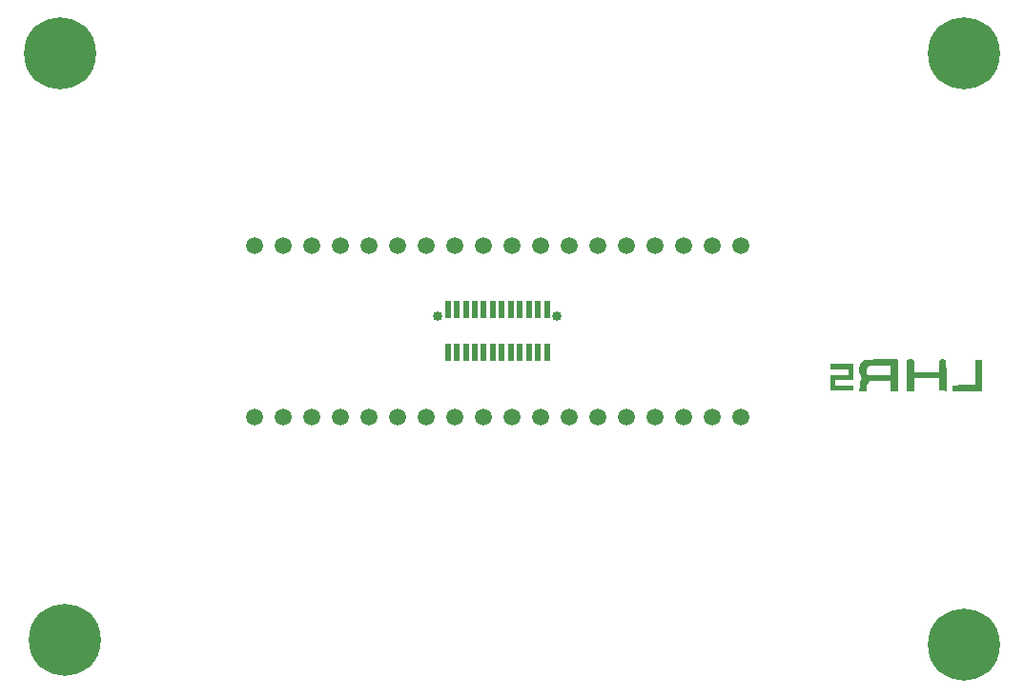
<source format=gbr>
%TF.GenerationSoftware,KiCad,Pcbnew,9.0.5*%
%TF.CreationDate,2025-10-13T19:56:24-05:00*%
%TF.ProjectId,Supplemental Monitoring PCB,53757070-6c65-46d6-956e-74616c204d6f,rev?*%
%TF.SameCoordinates,Original*%
%TF.FileFunction,Soldermask,Bot*%
%TF.FilePolarity,Negative*%
%FSLAX46Y46*%
G04 Gerber Fmt 4.6, Leading zero omitted, Abs format (unit mm)*
G04 Created by KiCad (PCBNEW 9.0.5) date 2025-10-13 19:56:24*
%MOMM*%
%LPD*%
G01*
G04 APERTURE LIST*
%ADD10C,0.000000*%
%ADD11C,3.600000*%
%ADD12C,6.400000*%
%ADD13C,1.500000*%
%ADD14C,0.850000*%
%ADD15R,0.550000X1.500000*%
G04 APERTURE END LIST*
D10*
%TO.C,LOGO1*%
G36*
X169442166Y-96661488D02*
G01*
X169455562Y-98060000D01*
X168119249Y-98060000D01*
X166782936Y-98060000D01*
X166782936Y-97809059D01*
X166782936Y-97558119D01*
X167803472Y-97544476D01*
X168824007Y-97530833D01*
X168849206Y-96396905D01*
X168874404Y-95262976D01*
X169151587Y-95262976D01*
X169428769Y-95262976D01*
X169442166Y-96661488D01*
G37*
G36*
X158000000Y-96388968D02*
G01*
X158000000Y-97094524D01*
X157218849Y-97094524D01*
X156437699Y-97094524D01*
X156437699Y-97346508D01*
X156437699Y-97598492D01*
X157218849Y-97598492D01*
X158000000Y-97598492D01*
X158000000Y-97825278D01*
X158000000Y-98052063D01*
X156992064Y-98052063D01*
X155984127Y-98052063D01*
X155984127Y-97346508D01*
X155984127Y-96640952D01*
X156765278Y-96640952D01*
X157546429Y-96640952D01*
X157546429Y-96388968D01*
X157546429Y-96136984D01*
X156765278Y-96136984D01*
X155984127Y-96136984D01*
X155984127Y-95910198D01*
X155984127Y-95683413D01*
X156992064Y-95683413D01*
X158000000Y-95683413D01*
X158000000Y-96388968D01*
G37*
G36*
X163270010Y-95247105D02*
G01*
X163346219Y-95296509D01*
X163388229Y-95399779D01*
X163407939Y-95572555D01*
X163417248Y-95830474D01*
X163431547Y-96371706D01*
X164515079Y-96371706D01*
X165598611Y-96371706D01*
X165613153Y-95870561D01*
X165619124Y-95733801D01*
X165635949Y-95531243D01*
X165658725Y-95378573D01*
X165684272Y-95301244D01*
X165689637Y-95295420D01*
X165798210Y-95252861D01*
X165997309Y-95248025D01*
X166253769Y-95262976D01*
X166267170Y-96663914D01*
X166280571Y-98064851D01*
X165964789Y-98049826D01*
X165649007Y-98034801D01*
X165634749Y-97466859D01*
X165620490Y-96898916D01*
X164526018Y-96912494D01*
X163431547Y-96926071D01*
X163417297Y-97493036D01*
X163403048Y-98060000D01*
X163076322Y-98060000D01*
X162749596Y-98060000D01*
X162762992Y-96661488D01*
X162776388Y-95262976D01*
X162973172Y-95246870D01*
X163147702Y-95235930D01*
X163270010Y-95247105D01*
G37*
G36*
X161995238Y-96675047D02*
G01*
X161995238Y-98060000D01*
X161667658Y-98060000D01*
X161340079Y-98060000D01*
X161340079Y-97631627D01*
X161340079Y-97203254D01*
X160386197Y-97203254D01*
X159432315Y-97203254D01*
X159327864Y-97336042D01*
X159278102Y-97414351D01*
X159235658Y-97557713D01*
X159223412Y-97764415D01*
X159223412Y-98060000D01*
X158889668Y-98060000D01*
X158555924Y-98060000D01*
X158577562Y-97607429D01*
X158579366Y-97570905D01*
X158594684Y-97353634D01*
X158617770Y-97208775D01*
X158654437Y-97111351D01*
X158710501Y-97036385D01*
X158719712Y-97026572D01*
X158786703Y-96946382D01*
X158786870Y-96894076D01*
X158722629Y-96828160D01*
X158678578Y-96772966D01*
X158608305Y-96612348D01*
X158557812Y-96403805D01*
X158540385Y-96239462D01*
X159198214Y-96239462D01*
X159198593Y-96274497D01*
X159222805Y-96465962D01*
X159288147Y-96584093D01*
X159304651Y-96598897D01*
X159355141Y-96627551D01*
X159433859Y-96648885D01*
X159555319Y-96664404D01*
X159734035Y-96675610D01*
X159984518Y-96684007D01*
X160321281Y-96691098D01*
X160322842Y-96691126D01*
X160621655Y-96694519D01*
X160885436Y-96693761D01*
X161097756Y-96689204D01*
X161242181Y-96681199D01*
X161302281Y-96670099D01*
X161308184Y-96659012D01*
X161324458Y-96567374D01*
X161335812Y-96409653D01*
X161340079Y-96212116D01*
X161340079Y-95792143D01*
X160388122Y-95792143D01*
X160132936Y-95792554D01*
X159860760Y-95795123D01*
X159663212Y-95801247D01*
X159525186Y-95812287D01*
X159431577Y-95829601D01*
X159367280Y-95854546D01*
X159317190Y-95888484D01*
X159246590Y-95963196D01*
X159208209Y-96070129D01*
X159198214Y-96239462D01*
X158540385Y-96239462D01*
X158534219Y-96181314D01*
X158544648Y-95978856D01*
X158573307Y-95819132D01*
X158613728Y-95662094D01*
X158670818Y-95537992D01*
X158755092Y-95442721D01*
X158877066Y-95372178D01*
X159047256Y-95322257D01*
X159276177Y-95288856D01*
X159574345Y-95267869D01*
X159952275Y-95255193D01*
X160420483Y-95246724D01*
X160743611Y-95242880D01*
X161080996Y-95241106D01*
X161377153Y-95241903D01*
X161617195Y-95245150D01*
X161786236Y-95250726D01*
X161869392Y-95258509D01*
X161995238Y-95290095D01*
X161995238Y-96212116D01*
X161995238Y-96675047D01*
G37*
%TD*%
D11*
%TO.C,H1*%
X87600000Y-68000000D03*
D12*
X87600000Y-68000000D03*
%TD*%
D11*
%TO.C,H3*%
X88000000Y-120200000D03*
D12*
X88000000Y-120200000D03*
%TD*%
D11*
%TO.C,H2*%
X167800000Y-68000000D03*
D12*
X167800000Y-68000000D03*
%TD*%
D11*
%TO.C,H4*%
X167800000Y-120600000D03*
D12*
X167800000Y-120600000D03*
%TD*%
D13*
%TO.C,DS1*%
X104880000Y-100400000D03*
X107420000Y-100400000D03*
X109960000Y-100400000D03*
X112500000Y-100400000D03*
X115040000Y-100400000D03*
X117580000Y-100400000D03*
X120120000Y-100400000D03*
X122660000Y-100400000D03*
X125200000Y-100400000D03*
X127740000Y-100400000D03*
X130280000Y-100400000D03*
X132820000Y-100400000D03*
X135360000Y-100400000D03*
X137900000Y-100400000D03*
X140440000Y-100400000D03*
X142980000Y-100400000D03*
X145520000Y-100400000D03*
X148060000Y-100400000D03*
X148060000Y-85160000D03*
X145520000Y-85160000D03*
X142980000Y-85160000D03*
X140440000Y-85160000D03*
X137900000Y-85160000D03*
X135360000Y-85160000D03*
X132820000Y-85160000D03*
X130280000Y-85160000D03*
X127740000Y-85160000D03*
X125200000Y-85160000D03*
X122660000Y-85160000D03*
X120120000Y-85160000D03*
X117580000Y-85160000D03*
X115040000Y-85160000D03*
X112500000Y-85160000D03*
X109960000Y-85160000D03*
X107420000Y-85160000D03*
X104880000Y-85160000D03*
%TD*%
D14*
%TO.C,J6*%
X131700000Y-91400000D03*
X121100000Y-91400000D03*
D15*
X122000000Y-94600000D03*
X122000000Y-90800000D03*
X122800000Y-94600000D03*
X122800000Y-90800000D03*
X123600000Y-94600000D03*
X123600000Y-90800000D03*
X124400000Y-94600000D03*
X124400000Y-90800000D03*
X125200000Y-94600000D03*
X125200000Y-90800000D03*
X126000000Y-94600000D03*
X126000000Y-90800000D03*
X126800000Y-94600000D03*
X126800000Y-90800000D03*
X127600000Y-94600000D03*
X127600000Y-90800000D03*
X128400000Y-94600000D03*
X128400000Y-90800000D03*
X129200000Y-94600000D03*
X129200000Y-90800000D03*
X130000000Y-94600000D03*
X130000000Y-90800000D03*
X130800000Y-94600000D03*
X130800000Y-90800000D03*
%TD*%
M02*

</source>
